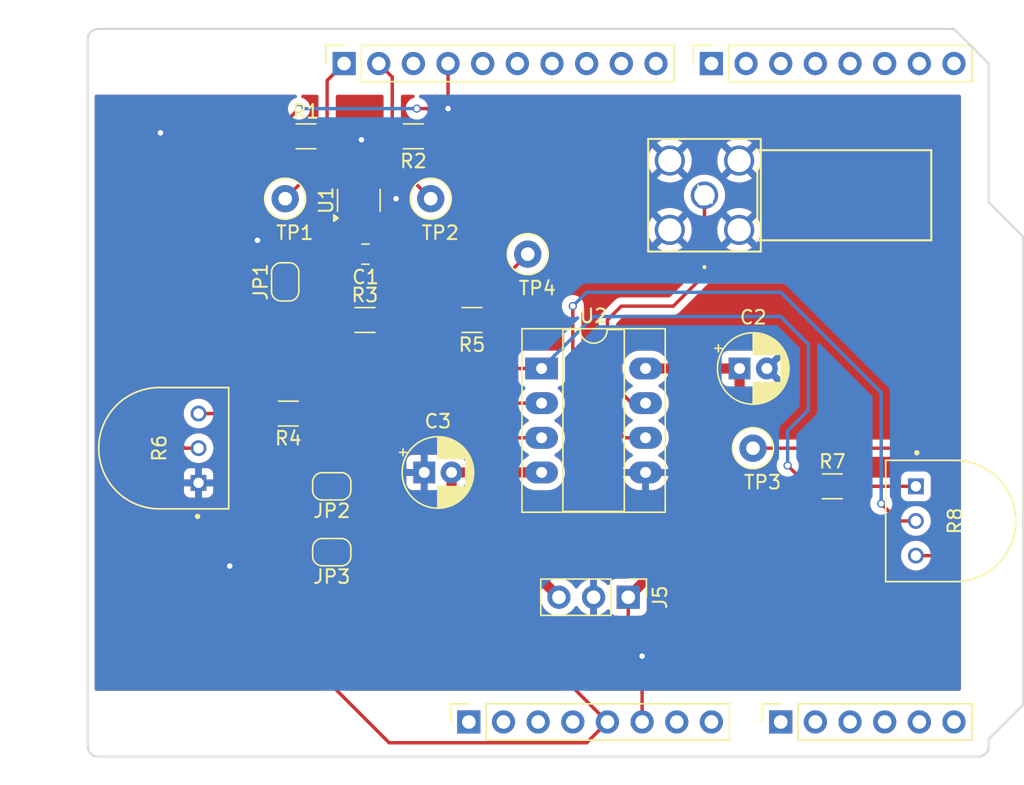
<source format=kicad_pcb>
(kicad_pcb (version 20240108) (generator "pcbnew") (generator_version "8.0")
  (title_block (date "mar. 31 mars 2015"))
  (layers (0 "F.Cu" signal) (31 "B.Cu" signal) (34 "B.Paste" user) (35 "F.Paste" user) (36 "B.SilkS" user "B.Silkscreen") (37 "F.SilkS" user "F.Silkscreen") (38 "B.Mask" user) (39 "F.Mask" user) (44 "Edge.Cuts" user))
  (net 0 "")
  (net 1 "GND")
  (net 3 "+5V")
  (net 4 "/IOREF")
  (net 5 "/A0")
  (net 6 "/A1")
  (net 7 "/A2")
  (net 8 "/A3")
  (net 9 "/SDA{slash}A4")
  (net 10 "/SCL{slash}A5")
  (net 11 "/13")
  (net 12 "/12")
  (net 13 "/AREF")
  (net 14 "/8")
  (net 15 "/7")
  (net 16 "/*11")
  (net 17 "/*10")
  (net 18 "/*9")
  (net 19 "/4")
  (net 20 "/2")
  (net 21 "/*6")
  (net 22 "/*5")
  (net 23 "/TX{slash}1")
  (net 24 "/*3")
  (net 25 "/RX{slash}0")
  (net 26 "+3V3")
  (net 27 "VCC")
  (net 28 "/~{RESET}")
  (net 29 "+12V")
  (net 30 "-12V")
  (net 31 "Net-(J6-SIGNAL)")
  (net 32 "Net-(JP1-B)")
  (net 33 "Net-(JP2-B)")
  (net 34 "Net-(U2A--)")
  (net 35 "/amplifier/Input")
  (net 36 "Net-(R4-Pad2)")
  (net 37 "Net-(R5-Pad1)")
  (net 38 "Net-(U2A-+)")
  (net 39 "Net-(R7-Pad2)")
  (net 40 "Net-(U2B--)")
  (footprint "Connector_PinSocket_2.54mm:PinSocket_1x08_P2.54mm_Vertical" (layer "F.Cu") (at 127.94 97.46 90)
    (property "Reference" "J1" (hide yes))
    (property "Value" "Power")
    (pad "1" thru_hole rect (at 0 0 90) (size 1.7 1.7) (drill 1) (layers "*.Cu" "*.Mask"))
    (pad "2" thru_hole oval (at 0 2.54 90) (size 1.7 1.7) (drill 1) (layers "*.Cu" "*.Mask") (net 4 "/IOREF"))
    (pad "3" thru_hole oval (at 0 5.08 90) (size 1.7 1.7) (drill 1) (layers "*.Cu" "*.Mask") (net 28 "/~{RESET}"))
    (pad "4" thru_hole oval (at 0 7.62 90) (size 1.7 1.7) (drill 1) (layers "*.Cu" "*.Mask") (net 26 "+3V3"))
    (pad "5" thru_hole oval (at 0 10.16 90) (size 1.7 1.7) (drill 1) (layers "*.Cu" "*.Mask") (net 3 "+5V"))
    (pad "6" thru_hole oval (at 0 12.7 90) (size 1.7 1.7) (drill 1) (layers "*.Cu" "*.Mask") (net 1 "GND"))
    (pad "7" thru_hole oval (at 0 15.24 90) (size 1.7 1.7) (drill 1) (layers "*.Cu" "*.Mask") (net 1 "GND"))
    (pad "8" thru_hole oval (at 0 17.78 90) (size 1.7 1.7) (drill 1) (layers "*.Cu" "*.Mask") (net 27 "VCC"))
  )
  (footprint "Connector_PinSocket_2.54mm:PinSocket_1x06_P2.54mm_Vertical" (layer "F.Cu") (at 150.8 97.46 90)
    (property "Reference" "J3" (hide yes))
    (property "Value" "Analog")
    (pad "1" thru_hole rect (at 0 0 90) (size 1.7 1.7) (drill 1) (layers "*.Cu" "*.Mask") (net 5 "/A0"))
    (pad "2" thru_hole oval (at 0 2.54 90) (size 1.7 1.7) (drill 1) (layers "*.Cu" "*.Mask") (net 6 "/A1"))
    (pad "3" thru_hole oval (at 0 5.08 90) (size 1.7 1.7) (drill 1) (layers "*.Cu" "*.Mask") (net 7 "/A2"))
    (pad "4" thru_hole oval (at 0 7.62 90) (size 1.7 1.7) (drill 1) (layers "*.Cu" "*.Mask") (net 8 "/A3"))
    (pad "5" thru_hole oval (at 0 10.16 90) (size 1.7 1.7) (drill 1) (layers "*.Cu" "*.Mask") (net 9 "/SDA{slash}A4"))
    (pad "6" thru_hole oval (at 0 12.7 90) (size 1.7 1.7) (drill 1) (layers "*.Cu" "*.Mask") (net 10 "/SCL{slash}A5"))
  )
  (footprint "Connector_PinSocket_2.54mm:PinSocket_1x10_P2.54mm_Vertical" (layer "F.Cu") (at 118.796 49.2 90)
    (property "Reference" "J2" (hide yes))
    (property "Value" "Digital/PWM")
    (pad "1" thru_hole rect (at 0 0 90) (size 1.7 1.7) (drill 1) (layers "*.Cu" "*.Mask") (net 10 "/SCL{slash}A5"))
    (pad "2" thru_hole oval (at 0 2.54 90) (size 1.7 1.7) (drill 1) (layers "*.Cu" "*.Mask") (net 9 "/SDA{slash}A4"))
    (pad "3" thru_hole oval (at 0 5.08 90) (size 1.7 1.7) (drill 1) (layers "*.Cu" "*.Mask") (net 13 "/AREF"))
    (pad "4" thru_hole oval (at 0 7.62 90) (size 1.7 1.7) (drill 1) (layers "*.Cu" "*.Mask") (net 1 "GND"))
    (pad "5" thru_hole oval (at 0 10.16 90) (size 1.7 1.7) (drill 1) (layers "*.Cu" "*.Mask") (net 11 "/13"))
    (pad "6" thru_hole oval (at 0 12.7 90) (size 1.7 1.7) (drill 1) (layers "*.Cu" "*.Mask") (net 12 "/12"))
    (pad "7" thru_hole oval (at 0 15.24 90) (size 1.7 1.7) (drill 1) (layers "*.Cu" "*.Mask") (net 16 "/*11"))
    (pad "8" thru_hole oval (at 0 17.78 90) (size 1.7 1.7) (drill 1) (layers "*.Cu" "*.Mask") (net 17 "/*10"))
    (pad "9" thru_hole oval (at 0 20.32 90) (size 1.7 1.7) (drill 1) (layers "*.Cu" "*.Mask") (net 18 "/*9"))
    (pad "10" thru_hole oval (at 0 22.86 90) (size 1.7 1.7) (drill 1) (layers "*.Cu" "*.Mask") (net 14 "/8"))
  )
  (footprint "Connector_PinSocket_2.54mm:PinSocket_1x08_P2.54mm_Vertical" (layer "F.Cu") (at 145.72 49.2 90)
    (property "Reference" "J4" (hide yes))
    (property "Value" "Digital/PWM")
    (pad "1" thru_hole rect (at 0 0 90) (size 1.7 1.7) (drill 1) (layers "*.Cu" "*.Mask") (net 15 "/7"))
    (pad "2" thru_hole oval (at 0 2.54 90) (size 1.7 1.7) (drill 1) (layers "*.Cu" "*.Mask") (net 21 "/*6"))
    (pad "3" thru_hole oval (at 0 5.08 90) (size 1.7 1.7) (drill 1) (layers "*.Cu" "*.Mask") (net 22 "/*5"))
    (pad "4" thru_hole oval (at 0 7.62 90) (size 1.7 1.7) (drill 1) (layers "*.Cu" "*.Mask") (net 19 "/4"))
    (pad "5" thru_hole oval (at 0 10.16 90) (size 1.7 1.7) (drill 1) (layers "*.Cu" "*.Mask") (net 24 "/*3"))
    (pad "6" thru_hole oval (at 0 12.7 90) (size 1.7 1.7) (drill 1) (layers "*.Cu" "*.Mask") (net 20 "/2"))
    (pad "7" thru_hole oval (at 0 15.24 90) (size 1.7 1.7) (drill 1) (layers "*.Cu" "*.Mask") (net 23 "/TX{slash}1"))
    (pad "8" thru_hole oval (at 0 17.78 90) (size 1.7 1.7) (drill 1) (layers "*.Cu" "*.Mask") (net 25 "/RX{slash}0"))
  )
  (footprint "Resistor_SMD:R_1206_3216Metric_Pad1.30x1.75mm_HandSolder" (layer "F.Cu") (at 154.584 80.188)
    (property "Reference" "R7" (at 0 -1.82 0) (layer "F.SilkS"))
    (property "Value" "12k")
    (pad "1" smd roundrect (at -1.55 0) (size 1.3 1.75) (layers "F.Cu" "F.Paste" "F.Mask") (roundrect_rratio 0.192308) (net 37 "Net-(R5-Pad1)"))
    (pad "2" smd roundrect (at 1.55 0) (size 1.3 1.75) (layers "F.Cu" "F.Paste" "F.Mask") (roundrect_rratio 0.192308) (net 39 "Net-(R7-Pad2)"))
  )
  (footprint "Package_DIP:CERDIP-8_W7.62mm_SideBrazed_LongPads_Socket" (layer "F.Cu") (at 133.274 71.552)
    (property "Reference" "U2" (at 3.81 -3.855 0) (layer "F.SilkS"))
    (property "Value" "LM358")
    (pad "1" thru_hole rect (at 0 0) (size 2.4 1.6) (drill 0.8) (layers "*.Cu" "*.Mask") (net 37 "Net-(R5-Pad1)"))
    (pad "2" thru_hole oval (at 0 2.54) (size 2.4 1.6) (drill 0.8) (layers "*.Cu" "*.Mask") (net 34 "Net-(U2A--)"))
    (pad "3" thru_hole oval (at 0 5.08) (size 2.4 1.6) (drill 0.8) (layers "*.Cu" "*.Mask") (net 38 "Net-(U2A-+)"))
    (pad "4" thru_hole oval (at 0 7.62) (size 2.4 1.6) (drill 0.8) (layers "*.Cu" "*.Mask") (net 30 "-12V"))
    (pad "5" thru_hole oval (at 7.62 7.62) (size 2.4 1.6) (drill 0.8) (layers "*.Cu" "*.Mask") (net 1 "GND"))
    (pad "6" thru_hole oval (at 7.62 5.08) (size 2.4 1.6) (drill 0.8) (layers "*.Cu" "*.Mask") (net 40 "Net-(U2B--)"))
    (pad "7" thru_hole oval (at 7.62 2.54) (size 2.4 1.6) (drill 0.8) (layers "*.Cu" "*.Mask") (net 31 "Net-(J6-SIGNAL)"))
    (pad "8" thru_hole oval (at 7.62 0) (size 2.4 1.6) (drill 0.8) (layers "*.Cu" "*.Mask") (net 29 "+12V"))
  )
  (footprint "Resistor_SMD:R_1206_3216Metric_Pad1.30x1.75mm_HandSolder" (layer "F.Cu") (at 123.876 54.534 180)
    (property "Reference" "R2" (at 0 -1.82 180) (layer "F.SilkS"))
    (property "Value" "4.7k")
    (pad "1" smd roundrect (at -1.55 0 180) (size 1.3 1.75) (layers "F.Cu" "F.Paste" "F.Mask") (roundrect_rratio 0.192308) (net 3 "+5V"))
    (pad "2" smd roundrect (at 1.55 0 180) (size 1.3 1.75) (layers "F.Cu" "F.Paste" "F.Mask") (roundrect_rratio 0.192308) (net 9 "/SDA{slash}A4"))
  )
  (footprint "Resistor_SMD:R_1206_3216Metric_Pad1.30x1.75mm_HandSolder" (layer "F.Cu") (at 114.706 74.854 180)
    (property "Reference" "R4" (at 0 -1.82 180) (layer "F.SilkS"))
    (property "Value" "100")
    (pad "1" smd roundrect (at -1.55 0 180) (size 1.3 1.75) (layers "F.Cu" "F.Paste" "F.Mask") (roundrect_rratio 0.192308) (net 33 "Net-(JP2-B)"))
    (pad "2" smd roundrect (at 1.55 0 180) (size 1.3 1.75) (layers "F.Cu" "F.Paste" "F.Mask") (roundrect_rratio 0.192308) (net 36 "Net-(R4-Pad2)"))
  )
  (footprint "Jumper:SolderJumper-2_P1.3mm_Open_RoundedPad1.0x1.5mm" (layer "F.Cu") (at 117.892 85.014 180)
    (property "Reference" "JP3" (at 0 -1.8 180) (layer "F.SilkS"))
    (property "Value" "ID_WP")
    (pad "1" smd custom (at -0.65 0 180) (size 1 0.5) (layers "F.Cu" "F.Mask") (net 3 "+5V") (options (clearance outline) (anchor rect)) (primitives (gr_circle (center 0 0.25) (end 0.5 0.25) (width 0) (fill yes)) (gr_circle (center 0 -0.25) (end 0.5 -0.25) (width 0) (fill yes)) (gr_poly (pts (xy 0.5 0.75) (xy 0 0.75) (xy 0 -0.75) (xy 0.5 -0.75)) (width 0) (fill yes))))
    (pad "2" smd custom (at 0.65 0 180) (size 1 0.5) (layers "F.Cu" "F.Mask") (net 33 "Net-(JP2-B)") (options (clearance outline) (anchor rect)) (primitives (gr_circle (center 0 0.25) (end 0.5 0.25) (width 0) (fill yes)) (gr_circle (center 0 -0.25) (end 0.5 -0.25) (width 0) (fill yes)) (gr_poly (pts (xy 0 0.75) (xy -0.5 0.75) (xy -0.5 -0.75) (xy 0 -0.75)) (width 0) (fill yes))))
  )
  (footprint "gos:TRIM_3352T-1-102LF" (layer "F.Cu") (at 163.576 82.728 -90)
    (property "Reference" "R8" (at 0 0 90) (layer "F.SilkS"))
    (property "Value" "47k")
    (pad "1" thru_hole rect (at -2.54 2.87 270) (size 1.16 1.16) (drill 0.76) (layers "*.Cu" "*.Mask") (net 39 "Net-(R7-Pad2)"))
    (pad "2" thru_hole circle (at 0 2.87 270) (size 1.16 1.16) (drill 0.76) (layers "*.Cu" "*.Mask") (net 40 "Net-(U2B--)"))
    (pad "3" thru_hole circle (at 2.54 2.87 270) (size 1.16 1.16) (drill 0.76) (layers "*.Cu" "*.Mask") (net 31 "Net-(J6-SIGNAL)"))
  )
  (footprint "Capacitor_SMD:C_0805_2012Metric_Pad1.18x1.45mm_HandSolder" (layer "F.Cu") (at 120.3645 63.17 180)
    (property "Reference" "C1" (at 0 -1.68 180) (layer "F.SilkS"))
    (property "Value" "100n")
    (pad "1" smd roundrect (at -1.0375 0 180) (size 1.175 1.45) (layers "F.Cu" "F.Paste" "F.Mask") (roundrect_rratio 0.212766) (net 3 "+5V"))
    (pad "2" smd roundrect (at 1.0375 0 180) (size 1.175 1.45) (layers "F.Cu" "F.Paste" "F.Mask") (roundrect_rratio 0.212766) (net 1 "GND"))
  )
  (footprint "Capacitor_THT:CP_Radial_D5.0mm_P2.00mm" (layer "F.Cu") (at 124.67 79.172)
    (property "Reference" "C3" (at 1 -3.75 0) (layer "F.SilkS"))
    (property "Value" "0.1uF")
    (pad "1" thru_hole rect (at 0 0) (size 1.6 1.6) (drill 0.8) (layers "*.Cu" "*.Mask") (net 1 "GND"))
    (pad "2" thru_hole circle (at 2 0) (size 1.6 1.6) (drill 0.8) (layers "*.Cu" "*.Mask") (net 30 "-12V"))
  )
  (footprint "gos:TRIM_3352T-1-102LF" (layer "F.Cu") (at 105.258 77.394 90)
    (property "Reference" "R6" (at 0 0 -90) (layer "F.SilkS"))
    (property "Value" "1k")
    (pad "1" thru_hole rect (at -2.54 2.87 90) (size 1.16 1.16) (drill 0.76) (layers "*.Cu" "*.Mask") (net 1 "GND"))
    (pad "2" thru_hole circle (at 0 2.87 90) (size 1.16 1.16) (drill 0.76) (layers "*.Cu" "*.Mask") (net 38 "Net-(U2A-+)"))
    (pad "3" thru_hole circle (at 2.54 2.87 90) (size 1.16 1.16) (drill 0.76) (layers "*.Cu" "*.Mask") (net 36 "Net-(R4-Pad2)"))
  )
  (footprint "gos:COAX4GND_132203RP_AMP" (layer "F.Cu") (at 145.212 58.852 -90)
    (property "Reference" "J6" (at 0 0 -90) (layer "F.SilkS"))
    (property "Value" "132203RP")
    (pad "1" thru_hole circle (at 0 0 270) (size 2.0066 2.0066) (drill 1.4986) (layers "*.Cu" "*.Mask") (net 31 "Net-(J6-SIGNAL)"))
    (pad "2" thru_hole circle (at -2.54 -2.54 270) (size 2.2098 2.2098) (drill 1.7018) (layers "*.Cu" "*.Mask") (net 1 "GND"))
    (pad "3" thru_hole circle (at -2.54 2.54 270) (size 2.2098 2.2098) (drill 1.7018) (layers "*.Cu" "*.Mask") (net 1 "GND"))
    (pad "4" thru_hole circle (at 2.54 2.54 270) (size 2.2098 2.2098) (drill 1.7018) (layers "*.Cu" "*.Mask") (net 1 "GND"))
    (pad "5" thru_hole circle (at 2.54 -2.54 270) (size 2.2098 2.2098) (drill 1.7018) (layers "*.Cu" "*.Mask") (net 1 "GND"))
  )
  (footprint "Package_TO_SOT_SMD:SOT-23-6" (layer "F.Cu") (at 119.878 59.2275 90)
    (property "Reference" "U1" (at 0 -2.4 -90) (layer "F.SilkS"))
    (property "Value" "MCP4725xxx-xCH")
    (pad "1" smd roundrect (at -1.1375 -0.95 90) (size 1.325 0.6) (layers "F.Cu" "F.Paste" "F.Mask") (net 35 "/amplifier/Input"))
    (pad "2" smd roundrect (at -1.1375 0 90) (size 1.325 0.6) (layers "F.Cu" "F.Paste" "F.Mask") (net 1 "GND"))
    (pad "3" smd roundrect (at -1.1375 0.95 90) (size 1.325 0.6) (layers "F.Cu" "F.Paste" "F.Mask") (net 3 "+5V"))
    (pad "4" smd roundrect (at 1.1375 0.95 90) (size 1.325 0.6) (layers "F.Cu" "F.Paste" "F.Mask") (net 9 "/SDA{slash}A4"))
    (pad "5" smd roundrect (at 1.1375 0 90) (size 1.325 0.6) (layers "F.Cu" "F.Paste" "F.Mask") (net 10 "/SCL{slash}A5"))
    (pad "6" smd roundrect (at 1.1375 -0.95 90) (size 1.325 0.6) (layers "F.Cu" "F.Paste" "F.Mask") (net 32 "Net-(JP1-B)"))
  )
  (footprint "Arduino_MountingHole:MountingHole_3.2mm" (layer "F.Cu") (at 115.24 49.2)
    (property "Reference" "MH1" (hide yes))
    (property "Value" "MountingHole_3.2mm" (hide yes))
    (pad "" np_thru_hole circle (at 0 0) (size 3.2 3.2) (drill 3.2) (layers "*.Cu" "*.Mask"))
  )
  (footprint "Connector_PinHeader_2.54mm:PinHeader_1x03_P2.54mm_Vertical" (layer "F.Cu") (at 139.624 88.316 -90)
    (property "Reference" "J5" (at 0 -2.33 90) (layer "F.SilkS"))
    (property "Value" "Power")
    (pad "1" thru_hole rect (at 0 0 270) (size 1.7 1.7) (drill 1) (layers "*.Cu" "*.Mask") (net 29 "+12V"))
    (pad "2" thru_hole oval (at 0 2.54 270) (size 1.7 1.7) (drill 1) (layers "*.Cu" "*.Mask") (net 1 "GND"))
    (pad "3" thru_hole oval (at 0 5.08 270) (size 1.7 1.7) (drill 1) (layers "*.Cu" "*.Mask") (net 30 "-12V"))
  )
  (footprint "Capacitor_THT:CP_Radial_D5.0mm_P2.00mm" (layer "F.Cu") (at 147.784 71.552)
    (property "Reference" "C2" (at 1 -3.75 0) (layer "F.SilkS"))
    (property "Value" "0.1uF")
    (pad "1" thru_hole rect (at 0 0) (size 1.6 1.6) (drill 0.8) (layers "*.Cu" "*.Mask") (net 29 "+12V"))
    (pad "2" thru_hole circle (at 2 0) (size 1.6 1.6) (drill 0.8) (layers "*.Cu" "*.Mask") (net 1 "GND"))
  )
  (footprint "TestPoint:TestPoint_Loop_D2.50mm_Drill1.0mm" (layer "F.Cu") (at 125.146 59.106)
    (property "Reference" "TP2" (at 0.7 2.5 0) (layer "F.SilkS"))
    (property "Value" "SDA")
    (pad "1" thru_hole circle (at 0 0) (size 2 2) (drill 1) (layers "*.Cu" "*.Mask") (net 9 "/SDA{slash}A4"))
  )
  (footprint "TestPoint:TestPoint_Loop_D2.50mm_Drill1.0mm" (layer "F.Cu") (at 148.768 77.394)
    (property "Reference" "TP3" (at 0.7 2.5 0) (layer "F.SilkS"))
    (property "Value" "SDA")
    (pad "1" thru_hole circle (at 0 0) (size 2 2) (drill 1) (layers "*.Cu" "*.Mask") (net 31 "Net-(J6-SIGNAL)"))
  )
  (footprint "Resistor_SMD:R_1206_3216Metric_Pad1.30x1.75mm_HandSolder" (layer "F.Cu") (at 128.168 67.996 180)
    (property "Reference" "R5" (at 0 -1.82 180) (layer "F.SilkS"))
    (property "Value" "100k")
    (pad "1" smd roundrect (at -1.55 0 180) (size 1.3 1.75) (layers "F.Cu" "F.Paste" "F.Mask") (roundrect_rratio 0.192308) (net 37 "Net-(R5-Pad1)"))
    (pad "2" smd roundrect (at 1.55 0 180) (size 1.3 1.75) (layers "F.Cu" "F.Paste" "F.Mask") (roundrect_rratio 0.192308) (net 34 "Net-(U2A--)"))
  )
  (footprint "Jumper:SolderJumper-2_P1.3mm_Open_RoundedPad1.0x1.5mm" (layer "F.Cu") (at 117.892 80.188 180)
    (property "Reference" "JP2" (at 0 -1.8 180) (layer "F.SilkS"))
    (property "Value" "ID_WP")
    (pad "1" smd custom (at -0.65 0 180) (size 1 0.5) (layers "F.Cu" "F.Mask") (net 29 "+12V") (options (clearance outline) (anchor rect)) (primitives (gr_circle (center 0 0.25) (end 0.5 0.25) (width 0) (fill yes)) (gr_circle (center 0 -0.25) (end 0.5 -0.25) (width 0) (fill yes)) (gr_poly (pts (xy 0.5 0.75) (xy 0 0.75) (xy 0 -0.75) (xy 0.5 -0.75)) (width 0) (fill yes))))
    (pad "2" smd custom (at 0.65 0 180) (size 1 0.5) (layers "F.Cu" "F.Mask") (net 33 "Net-(JP2-B)") (options (clearance outline) (anchor rect)) (primitives (gr_circle (center 0 0.25) (end 0.5 0.25) (width 0) (fill yes)) (gr_circle (center 0 -0.25) (end 0.5 -0.25) (width 0) (fill yes)) (gr_poly (pts (xy 0 0.75) (xy -0.5 0.75) (xy -0.5 -0.75) (xy 0 -0.75)) (width 0) (fill yes))))
  )
  (footprint "Jumper:SolderJumper-2_P1.3mm_Open_RoundedPad1.0x1.5mm" (layer "F.Cu") (at 114.478 65.202 90)
    (property "Reference" "JP1" (at 0 -1.8 -90) (layer "F.SilkS"))
    (property "Value" "ID_WP")
    (pad "1" smd custom (at -0.65 0 90) (size 1 0.5) (layers "F.Cu" "F.Mask") (net 3 "+5V") (options (clearance outline) (anchor rect)) (primitives (gr_circle (center 0 0.25) (end 0.5 0.25) (width 0) (fill yes)) (gr_circle (center 0 -0.25) (end 0.5 -0.25) (width 0) (fill yes)) (gr_poly (pts (xy 0.5 0.75) (xy 0 0.75) (xy 0 -0.75) (xy 0.5 -0.75)) (width 0) (fill yes))))
    (pad "2" smd custom (at 0.65 0 90) (size 1 0.5) (layers "F.Cu" "F.Mask") (net 32 "Net-(JP1-B)") (options (clearance outline) (anchor rect)) (primitives (gr_circle (center 0 0.25) (end 0.5 0.25) (width 0) (fill yes)) (gr_circle (center 0 -0.25) (end 0.5 -0.25) (width 0) (fill yes)) (gr_poly (pts (xy 0 0.75) (xy -0.5 0.75) (xy -0.5 -0.75) (xy 0 -0.75)) (width 0) (fill yes))))
  )
  (footprint "Resistor_SMD:R_1206_3216Metric_Pad1.30x1.75mm_HandSolder" (layer "F.Cu") (at 120.32 67.996)
    (property "Reference" "R3" (at 0 -1.82 0) (layer "F.SilkS"))
    (property "Value" "100k")
    (pad "1" smd roundrect (at -1.55 0) (size 1.3 1.75) (layers "F.Cu" "F.Paste" "F.Mask") (roundrect_rratio 0.192308) (net 35 "/amplifier/Input"))
    (pad "2" smd roundrect (at 1.55 0) (size 1.3 1.75) (layers "F.Cu" "F.Paste" "F.Mask") (roundrect_rratio 0.192308) (net 34 "Net-(U2A--)"))
  )
  (footprint "Arduino_MountingHole:MountingHole_3.2mm" (layer "F.Cu") (at 113.97 97.46)
    (property "Reference" "MH2" (hide yes))
    (property "Value" "MountingHole_3.2mm" (hide yes))
    (pad "" np_thru_hole circle (at 0 0) (size 3.2 3.2) (drill 3.2) (layers "*.Cu" "*.Mask"))
  )
  (footprint "Arduino_MountingHole:MountingHole_3.2mm" (layer "F.Cu") (at 166.04 64.44)
    (property "Reference" "MH3" (hide yes))
    (property "Value" "MountingHole_3.2mm" (hide yes))
    (pad "" np_thru_hole circle (at 0 0) (size 3.2 3.2) (drill 3.2) (layers "*.Cu" "*.Mask"))
  )
  (footprint "Resistor_SMD:R_1206_3216Metric_Pad1.30x1.75mm_HandSolder" (layer "F.Cu") (at 116.002 54.534)
    (property "Reference" "R1" (at 0 -1.82 0) (layer "F.SilkS"))
    (property "Value" "4.7k")
    (pad "1" smd roundrect (at -1.55 0) (size 1.3 1.75) (layers "F.Cu" "F.Paste" "F.Mask") (roundrect_rratio 0.192308) (net 3 "+5V"))
    (pad "2" smd roundrect (at 1.55 0) (size 1.3 1.75) (layers "F.Cu" "F.Paste" "F.Mask") (roundrect_rratio 0.192308) (net 10 "/SCL{slash}A5"))
  )
  (footprint "Arduino_MountingHole:MountingHole_3.2mm" (layer "F.Cu") (at 166.04 92.38)
    (property "Reference" "MH4" (hide yes))
    (property "Value" "MountingHole_3.2mm" (hide yes))
    (pad "" np_thru_hole circle (at 0 0) (size 3.2 3.2) (drill 3.2) (layers "*.Cu" "*.Mask"))
  )
  (footprint "TestPoint:TestPoint_Loop_D2.50mm_Drill1.0mm" (layer "F.Cu") (at 132.258 63.17)
    (property "Reference" "TP4" (at 0.7 2.5 0) (layer "F.SilkS"))
    (property "Value" "Analog")
    (pad "1" thru_hole circle (at 0 0) (size 2 2) (drill 1) (layers "*.Cu" "*.Mask") (net 35 "/amplifier/Input"))
  )
  (footprint "TestPoint:TestPoint_Loop_D2.50mm_Drill1.0mm" (layer "F.Cu") (at 114.478 59.106)
    (property "Reference" "TP1" (at 0.7 2.5 0) (layer "F.SilkS"))
    (property "Value" "SCL")
    (pad "1" thru_hole circle (at 0 0) (size 2 2) (drill 1) (layers "*.Cu" "*.Mask") (net 10 "/SCL{slash}A5"))
  )
  (gr_line (start 166.04 59.36) (end 168.58 61.9) (stroke (width 0.15)) (layer "Edge.Cuts"))
  (gr_line (start 100 99.238) (end 100 47.422) (stroke (width 0.15)) (layer "Edge.Cuts"))
  (gr_line (start 168.58 61.9) (end 168.58 96.19) (stroke (width 0.15)) (layer "Edge.Cuts"))
  (gr_line (start 165.278 100) (end 100.762 100) (stroke (width 0.15)) (layer "Edge.Cuts"))
  (gr_line (start 100.762 46.66) (end 163.5 46.66) (stroke (width 0.15)) (layer "Edge.Cuts"))
  (gr_arc (start 100.762 100) (mid 100.223185 99.776815) (end 100 99.238) (stroke (width 0.15)) (layer "Edge.Cuts"))
  (gr_line (start 168.58 96.19) (end 166.04 98.73) (stroke (width 0.15)) (layer "Edge.Cuts"))
  (gr_line (start 163.5 46.66) (end 166.04 49.2) (stroke (width 0.15)) (layer "Edge.Cuts"))
  (gr_arc (start 166.04 99.238) (mid 165.816815 99.776815) (end 165.278 100) (stroke (width 0.15)) (layer "Edge.Cuts"))
  (gr_line (start 166.04 49.2) (end 166.04 59.36) (stroke (width 0.15)) (layer "Edge.Cuts"))
  (gr_line (start 166.04 98.73) (end 166.04 99.238) (stroke (width 0.15)) (layer "Edge.Cuts"))
  (gr_arc (start 100 47.422) (mid 100.223185 46.883185) (end 100.762 46.66) (stroke (width 0.15)) (layer "Edge.Cuts"))
  (segment (start 126.416 49.2) (end 126.416 52.502) (width 0.25) (layer "F.Cu") (net 1))
  (segment (start 140.64 97.46) (end 140.64 92.634) (width 0.25) (layer "F.Cu") (net 1))
  (via (at 110.414 86.03) (size 0.6) (drill 0.4) (layers "F.Cu" "B.Cu") (net 1))
  (via (at 112.446 62.154) (size 0.6) (drill 0.4) (layers "F.Cu" "B.Cu") (net 1))
  (via (at 140.64 92.634) (size 0.6) (drill 0.4) (layers "F.Cu" "B.Cu") (net 1))
  (via (at 122.606 59.106) (size 0.6) (drill 0.4) (layers "F.Cu" "B.Cu") (net 1))
  (via (at 126.416 52.502) (size 0.6) (drill 0.4) (layers "F.Cu" "B.Cu") (net 1))
  (via (at 120.066 54.788) (size 0.6) (drill 0.4) (layers "F.Cu" "B.Cu") (net 1))
  (via (at 105.334 54.28) (size 0.6) (drill 0.4) (layers "F.Cu" "B.Cu") (net 1))
  (segment (start 114.452 53.544) (end 115.494 52.502) (width 0.25) (layer "F.Cu") (net 3))
  (segment (start 125.426 54.534) (end 125.426 54.56) (width 0.25) (layer "F.Cu") (net 3))
  (segment (start 136.576 98.984) (end 122.098 98.984) (width 0.25) (layer "F.Cu") (net 3))
  (segment (start 112.842 65.852) (end 114.478 65.852) (width 0.25) (layer "F.Cu") (net 3))
  (segment (start 102.286 80.95) (end 102.286 72.568) (width 0.25) (layer "F.Cu") (net 3))
  (segment (start 111.43 83.998) (end 105.334 83.998) (width 0.25) (layer "F.Cu") (net 3))
  (segment (start 138.1 97.46) (end 133.528 92.888) (width 0.25) (layer "F.Cu") (net 3))
  (segment (start 114.452 54.534) (end 113.716 54.534) (width 0.25) (layer "F.Cu") (net 3))
  (segment (start 124.892 52.502) (end 125.426 53.036) (width 0.25) (layer "F.Cu") (net 3))
  (segment (start 126.67 63.17) (end 121.402 63.17) (width 0.25) (layer "F.Cu") (net 3))
  (segment (start 114.478 68.25) (end 114.478 65.852) (width 0.25) (layer "F.Cu") (net 3))
  (segment (start 105.334 83.998) (end 102.286 80.95) (width 0.25) (layer "F.Cu") (net 3))
  (segment (start 124.13 52.502) (end 124.892 52.502) (width 0.25) (layer "F.Cu") (net 3))
  (segment (start 114.452 54.534) (end 114.452 53.544) (width 0.25) (layer "F.Cu") (net 3))
  (segment (start 113.716 54.534) (end 111.176 57.074) (width 0.25) (layer "F.Cu") (net 3))
  (segment (start 128.194 57.328) (end 128.194 61.646) (width 0.25) (layer "F.Cu") (net 3))
  (segment (start 112.7 89.586) (end 112.7 85.268) (width 0.25) (layer "F.Cu") (net 3))
  (segment (start 112.7 85.268) (end 111.43 83.998) (width 0.25) (layer "F.Cu") (net 3))
  (segment (start 125.426 54.56) (end 128.194 57.328) (width 0.25) (layer "F.Cu") (net 3))
  (segment (start 102.286 72.568) (end 104.826 70.028) (width 0.25) (layer "F.Cu") (net 3))
  (segment (start 112.7 70.028) (end 114.478 68.25) (width 0.25) (layer "F.Cu") (net 3))
  (segment (start 121.402 60.939) (end 120.828 60.365) (width 0.25) (layer "F.Cu") (net 3))
  (segment (start 104.826 70.028) (end 112.7 70.028) (width 0.25) (layer "F.Cu") (net 3))
  (segment (start 111.176 57.074) (end 111.176 64.186) (width 0.25) (layer "F.Cu") (net 3))
  (segment (start 133.528 92.888) (end 129.21 92.888) (width 0.25) (layer "F.Cu") (net 3))
  (segment (start 121.336 85.014) (end 118.542 85.014) (width 0.25) (layer "F.Cu") (net 3))
  (segment (start 111.176 64.186) (end 112.842 65.852) (width 0.25) (layer "F.Cu") (net 3))
  (segment (start 122.098 98.984) (end 112.7 89.586) (width 0.25) (layer "F.Cu") (net 3))
  (segment (start 138.1 97.46) (end 136.576 98.984) (width 0.25) (layer "F.Cu") (net 3))
  (segment (start 128.194 61.646) (end 126.67 63.17) (width 0.25) (layer "F.Cu") (net 3))
  (segment (start 129.21 92.888) (end 121.336 85.014) (width 0.25) (layer "F.Cu") (net 3))
  (segment (start 121.402 63.17) (end 121.402 60.939) (width 0.25) (layer "F.Cu") (net 3))
  (segment (start 125.426 53.036) (end 125.426 54.534) (width 0.25) (layer "F.Cu") (net 3))
  (via (at 115.494 52.502) (size 0.6) (drill 0.4) (layers "F.Cu" "B.Cu") (net 3))
  (via (at 124.13 52.502) (size 0.6) (drill 0.4) (layers "F.Cu" "B.Cu") (net 3))
  (segment (start 115.494 52.502) (end 124.13 52.502) (width 0.25) (layer "B.Cu") (net 3))
  (segment (start 122.326 54.534) (end 122.326 55.016) (width 0.25) (layer "F.Cu") (net 9))
  (segment (start 125.146 59.106) (end 122.326 56.286) (width 0.25) (layer "F.Cu") (net 9))
  (segment (start 122.326 50.19) (end 121.336 49.2) (width 0.25) (layer "F.Cu") (net 9))
  (segment (start 122.326 54.534) (end 122.326 50.19) (width 0.25) (layer "F.Cu") (net 9))
  (segment (start 122.326 56.286) (end 122.326 54.534) (width 0.25) (layer "F.Cu") (net 9))
  (segment (start 120.828 56.514) (end 120.828 58.09) (width 0.25) (layer "F.Cu") (net 9))
  (segment (start 122.326 55.016) (end 120.828 56.514) (width 0.25) (layer "F.Cu") (net 9))
  (segment (start 114.478 59.106) (end 117.552 56.032) (width 0.25) (layer "F.Cu") (net 10))
  (segment (start 117.552 50.444) (end 118.796 49.2) (width 0.25) (layer "F.Cu") (net 10))
  (segment (start 117.552 54.534) (end 117.552 50.444) (width 0.25) (layer "F.Cu") (net 10))
  (segment (start 117.552 54.534) (end 119.878 56.86) (width 0.25) (layer "F.Cu") (net 10))
  (segment (start 117.552 56.032) (end 117.552 54.534) (width 0.25) (layer "F.Cu") (net 10))
  (segment (start 119.878 56.86) (end 119.878 58.09) (width 0.25) (layer "F.Cu") (net 10))
  (segment (start 139.624 90.856) (end 139.624 88.316) (width 0.25) (layer "F.Cu") (net 29))
  (segment (start 147.784 73.552) (end 147.784 71.552) (width 0.75) (layer "F.Cu") (net 29))
  (segment (start 139.624 88.316) (end 145.212 82.728) (width 0.75) (layer "F.Cu") (net 29))
  (segment (start 140.894 71.552) (end 147.784 71.552) (width 0.75) (layer "F.Cu") (net 29))
  (segment (start 138.862 91.618) (end 139.624 90.856) (width 0.25) (layer "F.Cu") (net 29))
  (segment (start 129.972 91.618) (end 138.862 91.618) (width 0.25) (layer "F.Cu") (net 29))
  (segment (start 145.212 76.124) (end 147.784 73.552) (width 0.75) (layer "F.Cu") (net 29))
  (segment (start 118.542 80.188) (end 129.972 91.618) (width 0.25) (layer "F.Cu") (net 29))
  (segment (start 145.212 82.728) (end 145.212 76.124) (width 0.75) (layer "F.Cu") (net 29))
  (segment (start 128.448 84.252) (end 126.67 82.474) (width 0.75) (layer "F.Cu") (net 30))
  (segment (start 134.544 88.316) (end 130.48 84.252) (width 0.75) (layer "F.Cu") (net 30))
  (segment (start 130.48 84.252) (end 128.448 84.252) (width 0.75) (layer "F.Cu") (net 30))
  (segment (start 126.67 79.172) (end 133.274 79.172) (width 0.75) (layer "F.Cu") (net 30))
  (segment (start 126.67 82.474) (end 126.67 79.172) (width 0.75) (layer "F.Cu") (net 30))
  (segment (start 138.1 72.314) (end 139.878 74.092) (width 0.25) (layer "F.Cu") (net 31))
  (segment (start 145.212 64.694) (end 142.926 66.98) (width 0.25) (layer "F.Cu") (net 31))
  (segment (start 139.878 74.092) (end 140.894 74.092) (width 0.25) (layer "F.Cu") (net 31))
  (segment (start 142.926 66.98) (end 139.116 66.98) (width 0.25) (layer "F.Cu") (net 31))
  (segment (start 145.212 64.694) (end 151.562 64.694) (width 0.25) (layer "F.Cu") (net 31))
  (segment (start 160.706 77.394) (end 148.768 77.394) (width 0.25) (layer "F.Cu") (net 31))
  (segment (start 161.976 85.268) (end 162.484 84.76) (width 0.25) (layer "F.Cu") (net 31))
  (segment (start 162.484 84.76) (end 162.484 79.172) (width 0.25) (layer "F.Cu") (net 31))
  (segment (start 139.116 66.98) (end 138.1 67.996) (width 0.25) (layer "F.Cu") (net 31))
  (segment (start 145.212 58.852) (end 145.212 64.694) (width 0.25) (layer "F.Cu") (net 31))
  (segment (start 160.706 73.838) (end 160.706 77.394) (width 0.25) (layer "F.Cu") (net 31))
  (segment (start 160.706 85.268) (end 161.976 85.268) (width 0.25) (layer "F.Cu") (net 31))
  (segment (start 162.484 79.172) (end 160.706 77.394) (width 0.25) (layer "F.Cu") (net 31))
  (segment (start 138.1 67.996) (end 138.1 72.314) (width 0.25) (layer "F.Cu") (net 31))
  (segment (start 151.562 64.694) (end 160.706 73.838) (width 0.25) (layer "F.Cu") (net 31))
  (segment (start 116.764 60.254) (end 116.764 62.266) (width 0.25) (layer "F.Cu") (net 32))
  (segment (start 118.928 58.09) (end 116.764 60.254) (width 0.25) (layer "F.Cu") (net 32))
  (segment (start 116.764 62.266) (end 114.478 64.552) (width 0.25) (layer "F.Cu") (net 32))
  (segment (start 116.256 81.174) (end 116.256 84.76) (width 0.25) (layer "F.Cu") (net 33))
  (segment (start 116.256 84.76) (end 116.51 85.014) (width 0.25) (layer "F.Cu") (net 33))
  (segment (start 117.242 80.188) (end 116.256 81.174) (width 0.25) (layer "F.Cu") (net 33))
  (segment (start 116.256 79.202) (end 117.242 80.188) (width 0.25) (layer "F.Cu") (net 33))
  (segment (start 116.256 74.854) (end 116.256 79.202) (width 0.25) (layer "F.Cu") (net 33))
  (segment (start 116.51 85.014) (end 117.242 85.014) (width 0.25) (layer "F.Cu") (net 33))
  (segment (start 126.618 70.484) (end 126.618 67.996) (width 0.25) (layer "F.Cu") (net 34))
  (segment (start 133.274 74.092) (end 130.226 74.092) (width 0.25) (layer "F.Cu") (net 34))
  (segment (start 130.226 74.092) (end 126.618 70.484) (width 0.25) (layer "F.Cu") (net 34))
  (segment (start 121.87 67.996) (end 126.618 67.996) (width 0.25) (layer "F.Cu") (net 34))
  (segment (start 132.258 63.17) (end 129.717 65.711) (width 0.25) (layer "F.Cu") (net 35))
  (segment (start 121.055 65.711) (end 118.77 67.996) (width 0.25) (layer "F.Cu") (net 35))
  (segment (start 117.78 67.006) (end 118.77 67.996) (width 0.25) (layer "F.Cu") (net 35))
  (segment (start 129.717 65.711) (end 121.055 65.711) (width 0.25) (layer "F.Cu") (net 35))
  (segment (start 118.928 60.365) (end 117.78 61.513) (width 0.25) (layer "F.Cu") (net 35))
  (segment (start 117.78 61.513) (end 117.78 67.006) (width 0.25) (layer "F.Cu") (net 35))
  (segment (start 108.128 74.854) (end 113.156 74.854) (width 0.25) (layer "F.Cu") (net 36))
  (segment (start 129.718 69.774) (end 131.496 71.552) (width 0.25) (layer "F.Cu") (net 37))
  (segment (start 129.718 67.996) (end 129.718 69.774) (width 0.25) (layer "F.Cu") (net 37))
  (segment (start 131.496 71.552) (end 133.274 71.552) (width 0.25) (layer "F.Cu") (net 37))
  (segment (start 153.034 80.188) (end 152.832 80.188) (width 0.25) (layer "F.Cu") (net 37))
  (segment (start 152.832 80.188) (end 151.308 78.664) (width 0.25) (layer "F.Cu") (net 37))
  (via (at 151.308 78.664) (size 0.6) (drill 0.4) (layers "F.Cu" "B.Cu") (net 37))
  (segment (start 152.832 69.774) (end 150.8 67.742) (width 0.25) (layer "B.Cu") (net 37))
  (segment (start 137.084 67.742) (end 133.274 71.552) (width 0.25) (layer "B.Cu") (net 37))
  (segment (start 152.832 74.6) (end 152.832 69.774) (width 0.25) (layer "B.Cu") (net 37))
  (segment (start 151.308 76.124) (end 152.832 74.6) (width 0.25) (layer "B.Cu") (net 37))
  (segment (start 151.308 78.664) (end 151.308 76.124) (width 0.25) (layer "B.Cu") (net 37))
  (segment (start 150.8 67.742) (end 137.084 67.742) (width 0.25) (layer "B.Cu") (net 37))
  (segment (start 107.366 71.806) (end 106.096 73.076) (width 0.25) (layer "F.Cu") (net 38))
  (segment (start 133.274 76.632) (end 129.972 76.632) (width 0.25) (layer "F.Cu") (net 38))
  (segment (start 129.972 76.632) (end 125.146 71.806) (width 0.25) (layer "F.Cu") (net 38))
  (segment (start 107.112 77.394) (end 108.128 77.394) (width 0.25) (layer "F.Cu") (net 38))
  (segment (start 125.146 71.806) (end 107.366 71.806) (width 0.25) (layer "F.Cu") (net 38))
  (segment (start 106.096 76.378) (end 107.112 77.394) (width 0.25) (layer "F.Cu") (net 38))
  (segment (start 106.096 73.076) (end 106.096 76.378) (width 0.25) (layer "F.Cu") (net 38))
  (segment (start 156.134 80.188) (end 160.706 80.188) (width 0.25) (layer "F.Cu") (net 39))
  (segment (start 139.37 76.632) (end 140.894 76.632) (width 0.25) (layer "F.Cu") (net 40))
  (segment (start 135.56 66.98) (end 135.56 72.822) (width 0.25) (layer "F.Cu") (net 40))
  (segment (start 159.436 82.728) (end 158.166 81.458) (width 0.25) (layer "F.Cu") (net 40))
  (segment (start 135.56 72.822) (end 139.37 76.632) (width 0.25) (layer "F.Cu") (net 40))
  (segment (start 160.706 82.728) (end 159.436 82.728) (width 0.25) (layer "F.Cu") (net 40))
  (via (at 158.166 81.458) (size 0.6) (drill 0.4) (layers "F.Cu" "B.Cu") (net 40))
  (via (at 135.56 66.98) (size 0.6) (drill 0.4) (layers "F.Cu" "B.Cu") (net 40))
  (segment (start 158.166 81.458) (end 158.166 74.092) (width 0.25) (layer "B.Cu") (net 40))
  (segment (start 158.166 73.33) (end 150.8 65.964) (width 0.25) (layer "B.Cu") (net 40))
  (segment (start 149.53 65.964) (end 136.576 65.964) (width 0.25) (layer "B.Cu") (net 40))
  (segment (start 158.166 74.092) (end 158.166 73.33) (width 0.25) (layer "B.Cu") (net 40))
  (segment (start 136.576 65.964) (end 135.56 66.98) (width 0.25) (layer "B.Cu") (net 40))
  (segment (start 150.8 65.964) (end 149.53 65.964) (width 0.25) (layer "B.Cu") (net 40))
  (zone (net 1) (net_name "GND") (layer "F.Cu") (connect_pads (clearance 0.508)) (min_thickness 0.25) (fill yes (thermal_gap 0.5) (thermal_bridge_width 0.5))
    (polygon (pts (xy 100.508 51.486) (xy 164.008 51.486) (xy 164.008 95.174) (xy 100.508 95.174)))
  )
  (zone (net 1) (net_name "GND") (layer "B.Cu") (connect_pads (clearance 0.508)) (min_thickness 0.25) (fill yes (thermal_gap 0.5) (thermal_bridge_width 0.5))
    (polygon (pts (xy 100.508 51.486) (xy 164.008 51.486) (xy 164.008 95.174) (xy 100.508 95.174)))
  )
)
</source>
